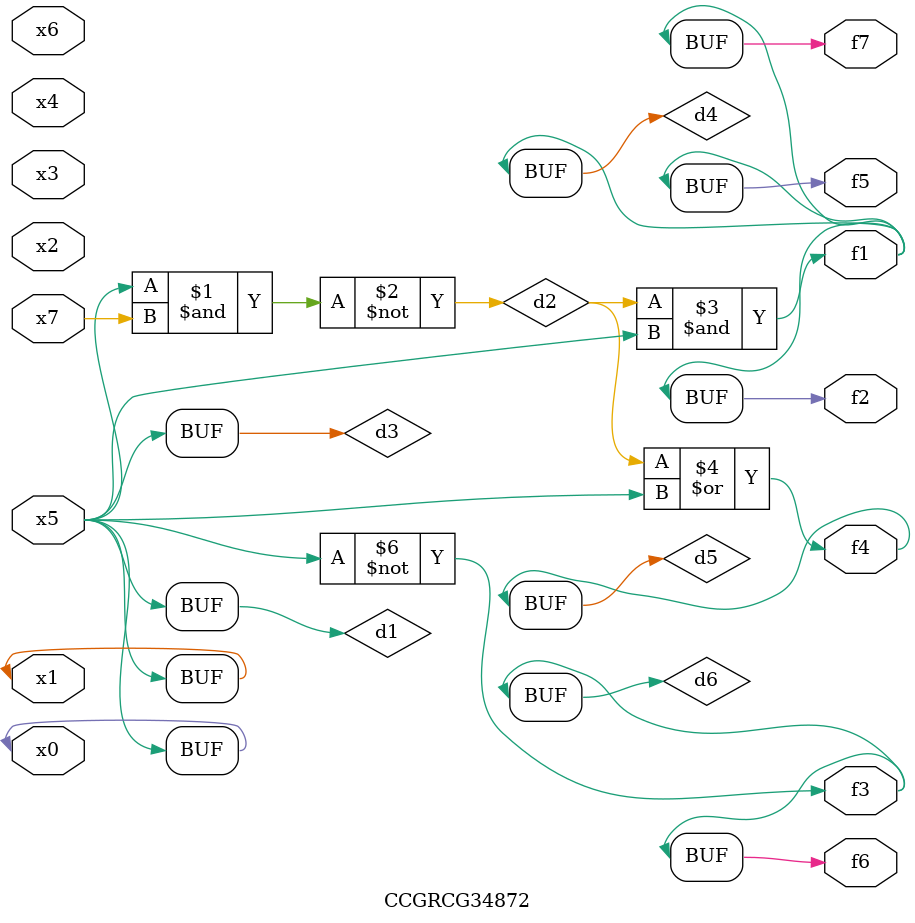
<source format=v>
module CCGRCG34872(
	input x0, x1, x2, x3, x4, x5, x6, x7,
	output f1, f2, f3, f4, f5, f6, f7
);

	wire d1, d2, d3, d4, d5, d6;

	buf (d1, x0, x5);
	nand (d2, x5, x7);
	buf (d3, x0, x1);
	and (d4, d2, d3);
	or (d5, d2, d3);
	nor (d6, d1, d3);
	assign f1 = d4;
	assign f2 = d4;
	assign f3 = d6;
	assign f4 = d5;
	assign f5 = d4;
	assign f6 = d6;
	assign f7 = d4;
endmodule

</source>
